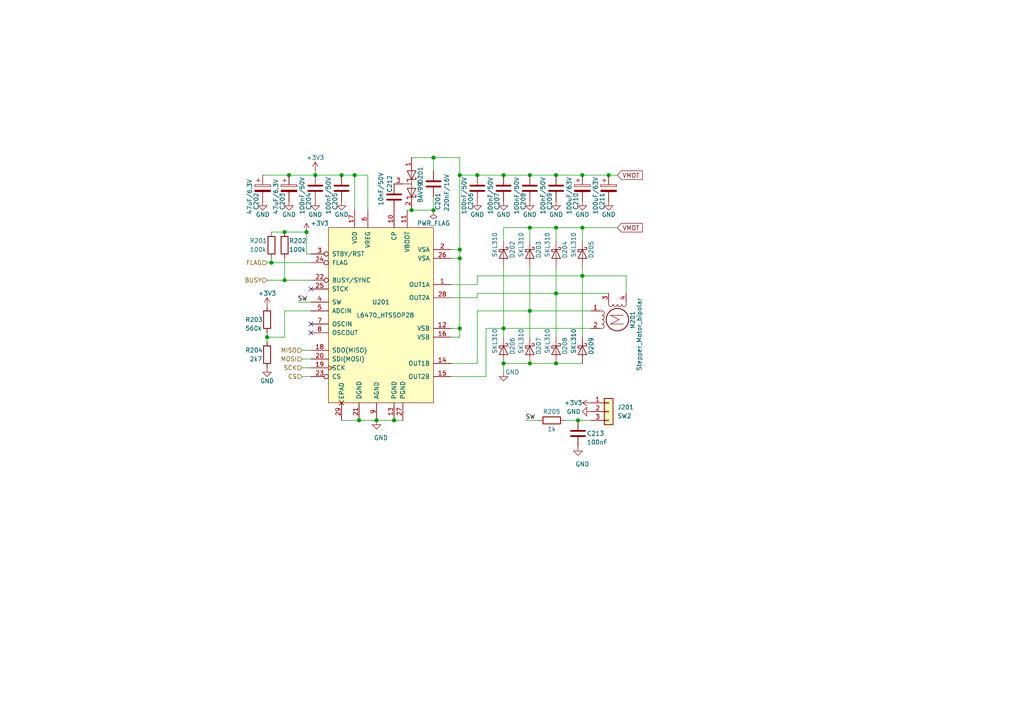
<source format=kicad_sch>
(kicad_sch (version 20201015) (generator eeschema)
  (paper "A4")
  (lib_symbols
    (symbol "Arachne-rescue:+3.3V-power-Motherboard-rescue" (power) (pin_names (offset 0))
      (property "Value" "+3.3V-power-Motherboard-rescue" (at 0 3.556 0))
      (symbol "+3.3V-power-Motherboard-rescue_0_1"
        (polyline (pts (xy -0.762 1.27) (xy 0 2.54)))
        (polyline (pts (xy 0 0) (xy 0 2.54)))
        (polyline (pts (xy 0 2.54) (xy 0.762 1.27)))
      )
      (symbol "+3.3V-power-Motherboard-rescue_1_1"
        (pin power_in line (at 0 0 90) (length 0) hide (name "+3V3") (number "1"))
      )
    )
    (symbol "Arachne-rescue:C-Device-Motherboard-rescue" (pin_numbers hide) (pin_names (offset 0.254))
      (property "Reference" "C" (at 0.635 2.54 0))
      (property "Value" "C-Device-Motherboard-rescue" (at 0.635 -2.54 0))
      (symbol "C-Device-Motherboard-rescue_0_1"
        (polyline (pts (xy -2.032 -0.762) (xy 2.032 -0.762)) (stroke (width 0.508)))
        (polyline (pts (xy -2.032 0.762) (xy 2.032 0.762)) (stroke (width 0.508)))
      )
      (symbol "C-Device-Motherboard-rescue_1_1"
        (pin passive line (at 0 3.81 270) (length 2.794) (name "~") (number "1"))
        (pin passive line (at 0 -3.81 90) (length 2.794) (name "~") (number "2"))
      )
    )
    (symbol "Arachne-rescue:CP-Device-Motherboard-rescue" (pin_numbers hide) (pin_names (offset 0.254))
      (property "Reference" "C" (at 0.635 2.54 0))
      (property "Value" "CP-Device-Motherboard-rescue" (at 0.635 -2.54 0))
      (symbol "CP-Device-Motherboard-rescue_0_1"
        (rectangle (start -2.286 0.508) (end -2.286 1.016))
        (rectangle (start -2.286 0.508) (end 2.286 0.508))
        (rectangle (start 2.286 1.016) (end -2.286 1.016))
        (rectangle (start 2.286 1.016) (end 2.286 0.508))
        (rectangle (start 2.286 -0.508) (end -2.286 -1.016) (fill (type outline)))
        (polyline (pts (xy -1.778 2.286) (xy -0.762 2.286)))
        (polyline (pts (xy -1.27 2.794) (xy -1.27 1.778)))
      )
      (symbol "CP-Device-Motherboard-rescue_1_1"
        (pin passive line (at 0 3.81 270) (length 2.794) (name "~") (number "1"))
        (pin passive line (at 0 -3.81 90) (length 2.794) (name "~") (number "2"))
      )
    )
    (symbol "Arachne-rescue:D_Schottky-Device-Motherboard-rescue" (pin_numbers hide) (pin_names (offset 1.016) hide)
      (property "Reference" "D" (at 0 2.54 0))
      (property "Value" "D_Schottky-Device-Motherboard-rescue" (at 0 -2.54 0))
      (symbol "D_Schottky-Device-Motherboard-rescue_0_1"
        (polyline (pts (xy 1.27 0) (xy -1.27 0)))
        (polyline (pts (xy 1.27 1.27) (xy 1.27 -1.27) (xy -1.27 0) (xy 1.27 1.27)) (stroke (width 0.2032)))
        (polyline (pts (xy -1.905 0.635) (xy -1.905 1.27) (xy -1.27 1.27) (xy -1.27 -1.27) (xy -0.635 -1.27) (xy -0.635 -0.635)) (stroke (width 0.2032)))
      )
      (symbol "D_Schottky-Device-Motherboard-rescue_1_1"
        (pin passive line (at -3.81 0 0) (length 2.54) (name "K") (number "1"))
        (pin passive line (at 3.81 0 180) (length 2.54) (name "A") (number "2"))
      )
    )
    (symbol "Arachne-rescue:D_Schottky_x2_Serial_AKC-Device-Motherboard-rescue" (pin_names (offset 0.762) hide)
      (property "Reference" "D" (at 1.27 -2.54 0))
      (property "Value" "D_Schottky_x2_Serial_AKC-Device-Motherboard-rescue" (at 0 2.54 0))
      (symbol "D_Schottky_x2_Serial_AKC-Device-Motherboard-rescue_0_1"
        (polyline (pts (xy -3.81 0) (xy 3.81 0)))
        (polyline (pts (xy 0 0) (xy 0 -2.54)))
        (polyline (pts (xy 6.35 0) (xy 7.62 0)))
        (polyline (pts (xy -1.27 -1.27) (xy -1.27 1.27) (xy -1.27 1.27)) (stroke (width 0.2032)))
        (polyline (pts (xy 3.81 1.27) (xy 3.81 -1.27) (xy 3.81 -1.27)) (stroke (width 0.2032)))
        (polyline (pts (xy -1.27 -1.27) (xy -0.762 -1.27) (xy -0.762 -1.016) (xy -0.762 -1.016)) (stroke (width 0.2032)))
        (polyline (pts (xy 3.81 -1.27) (xy 4.318 -1.27) (xy 4.318 -1.016) (xy 4.318 -1.016)) (stroke (width 0.2032)))
        (polyline (pts (xy 3.81 1.27) (xy 3.302 1.27) (xy 3.302 1.016) (xy 3.302 1.016)) (stroke (width 0.2032)))
        (polyline (pts (xy -1.778 1.016) (xy -1.778 1.27) (xy -1.27 1.27) (xy -1.27 1.27) (xy -1.27 1.27)) (stroke (width 0.2032)))
        (polyline (pts (xy -3.81 1.27) (xy -1.27 0) (xy -3.81 -1.27) (xy -3.81 1.27) (xy -3.81 1.27) (xy -3.81 1.27)) (stroke (width 0.2032)))
        (polyline (pts (xy 1.27 1.27) (xy 3.81 0) (xy 1.27 -1.27) (xy 1.27 1.27) (xy 1.27 1.27) (xy 1.27 1.27)) (stroke (width 0.2032)))
        (pin passive line (at -7.62 0 0) (length 3.81) (name "A") (number "1"))
        (pin passive line (at 7.62 0 180) (length 3.81) (name "K") (number "2"))
        (pin passive line (at 0 -5.08 90) (length 2.54) (name "common") (number "3"))
      )
    )
    (symbol "Arachne-rescue:GND-power-Motherboard-rescue" (power) (pin_names (offset 0))
      (property "Value" "GND-power-Motherboard-rescue" (at 0 -3.81 0))
      (symbol "GND-power-Motherboard-rescue_0_1"
        (polyline (pts (xy 0 0) (xy 0 -1.27) (xy 1.27 -1.27) (xy 0 -2.54) (xy -1.27 -1.27) (xy 0 -1.27)))
      )
      (symbol "GND-power-Motherboard-rescue_1_1"
        (pin power_in line (at 0 0 270) (length 0) hide (name "GND") (number "1"))
      )
    )
    (symbol "Arachne-rescue:L6470_HTSSOP28-TCY_IC" (pin_names (offset 1.016))
      (property "Reference" "U" (at -1.27 2.54 0))
      (property "Value" "L6470_HTSSOP28-TCY_IC" (at -1.27 5.08 0))
      (symbol "L6470_HTSSOP28-TCY_IC_0_1"
        (rectangle (start -15.24 25.4) (end 15.24 -25.4) (fill (type background)))
      )
      (symbol "L6470_HTSSOP28-TCY_IC_1_1"
        (pin output line (at 20.32 8.89 180) (length 5.08) (name "OUT1A") (number "1"))
        (pin output line (at 3.81 30.48 270) (length 5.08) (name "CP") (number "10"))
        (pin power_in line (at 7.62 30.48 270) (length 5.08) (name "VBOOT") (number "11"))
        (pin power_in line (at 20.32 -3.81 180) (length 5.08) (name "VSB") (number "12"))
        (pin passive line (at 3.81 -30.48 90) (length 5.08) (name "PGND") (number "13"))
        (pin output line (at 20.32 -13.97 180) (length 5.08) (name "OUT1B") (number "14"))
        (pin output line (at 20.32 -17.78 180) (length 5.08) (name "OUT2B") (number "15"))
        (pin power_in line (at 20.32 -6.35 180) (length 5.08) (name "VSB") (number "16"))
        (pin power_in line (at -7.62 30.48 270) (length 5.08) (name "VDD") (number "17"))
        (pin tri_state line (at -20.32 -10.16 0) (length 5.08) (name "SDO(MISO)") (number "18"))
        (pin input clock (at -20.32 -15.24 0) (length 5.08) (name "SCK") (number "19"))
        (pin power_in line (at 20.32 19.05 180) (length 5.08) (name "VSA") (number "2"))
        (pin tri_state line (at -20.32 -12.7 0) (length 5.08) (name "SDI(MOSI)") (number "20"))
        (pin passive line (at -6.35 -30.48 90) (length 5.08) (name "DGND") (number "21"))
        (pin open_collector inverted (at -20.32 10.16 0) (length 5.08) (name "BUSY/SYNC") (number "22"))
        (pin input inverted (at -20.32 -17.78 0) (length 5.08) (name "CS") (number "23"))
        (pin open_collector inverted (at -20.32 15.24 0) (length 5.08) (name "FLAG") (number "24"))
        (pin input line (at -20.32 7.62 0) (length 5.08) (name "STCK") (number "25"))
        (pin power_in line (at 20.32 16.51 180) (length 5.08) (name "VSA") (number "26"))
        (pin passive line (at 6.35 -30.48 90) (length 5.08) (name "PGND") (number "27"))
        (pin output line (at 20.32 5.08 180) (length 5.08) (name "OUT2A") (number "28"))
        (pin passive non_logic (at -11.43 -30.48 90) (length 5.08) (name "EPAD") (number "29"))
        (pin input inverted (at -20.32 17.78 0) (length 5.08) (name "STBY/RST") (number "3"))
        (pin input line (at -20.32 3.81 0) (length 5.08) (name "SW") (number "4"))
        (pin input line (at -20.32 1.27 0) (length 5.08) (name "ADCIN") (number "5"))
        (pin power_in line (at -3.81 30.48 270) (length 5.08) (name "VREG") (number "6"))
        (pin input line (at -20.32 -2.54 0) (length 5.08) (name "OSCIN") (number "7"))
        (pin output line (at -20.32 -5.08 0) (length 5.08) (name "OSCOUT") (number "8"))
        (pin passive line (at -1.27 -30.48 90) (length 5.08) (name "AGND") (number "9"))
      )
    )
    (symbol "Arachne-rescue:R-Device-Motherboard-rescue" (pin_numbers hide) (pin_names (offset 0))
      (property "Reference" "R" (at 2.032 0 90))
      (property "Value" "R-Device-Motherboard-rescue" (at 0 0 90))
      (symbol "R-Device-Motherboard-rescue_0_1"
        (rectangle (start -1.016 -2.54) (end 1.016 2.54) (stroke (width 0.254)))
      )
      (symbol "R-Device-Motherboard-rescue_1_1"
        (pin passive line (at 0 3.81 270) (length 1.27) (name "~") (number "1"))
        (pin passive line (at 0 -3.81 90) (length 1.27) (name "~") (number "2"))
      )
    )
    (symbol "Arachne-rescue:Stepper_Motor_bipolar-Motor-Motherboard-rescue" (pin_names (offset 0) hide)
      (property "Reference" "M" (at 3.81 2.54 0))
      (property "Value" "Stepper_Motor_bipolar-Motor-Motherboard-rescue" (at 3.81 1.27 0))
      (symbol "Stepper_Motor_bipolar-Motor-Motherboard-rescue_0_0"
        (polyline (pts (xy -1.27 -1.778) (xy -1.27 2.032) (xy 0 -0.508) (xy 1.27 2.032) (xy 1.27 -1.778)))
      )
      (symbol "Stepper_Motor_bipolar-Motor-Motherboard-rescue_0_1"
        (arc (start -4.445 -2.54) (end -4.445 -1.27) (radius (at -4.445 -1.905) (length 0.635) (angles -89.9 89.9)))
        (arc (start -4.445 -1.27) (end -4.445 0) (radius (at -4.445 -0.635) (length 0.635) (angles -89.9 89.9)))
        (arc (start -4.445 0) (end -4.445 1.27) (radius (at -4.445 0.635) (length 0.635) (angles -89.9 89.9)))
        (arc (start -4.445 1.27) (end -4.445 2.54) (radius (at -4.445 1.905) (length 0.635) (angles -89.9 89.9)))
        (arc (start -2.54 4.445) (end -1.27 4.445) (radius (at -1.905 4.445) (length 0.635) (angles -179.9 -0.1)))
        (arc (start -1.27 4.445) (end 0 4.445) (radius (at -0.635 4.445) (length 0.635) (angles -179.9 -0.1)))
        (arc (start 0 4.445) (end 1.27 4.445) (radius (at 0.635 4.445) (length 0.635) (angles -179.9 -0.1)))
        (arc (start 1.27 4.445) (end 2.54 4.445) (radius (at 1.905 4.445) (length 0.635) (angles -179.9 -0.1)))
        (circle (center 0 0) (radius 3.2512) (stroke (width 0.254)))
        (polyline (pts (xy -5.08 -2.54) (xy -4.445 -2.54)))
        (polyline (pts (xy -5.08 2.54) (xy -4.445 2.54)))
        (polyline (pts (xy -2.54 5.08) (xy -2.54 4.445)))
        (polyline (pts (xy 2.54 5.08) (xy 2.54 4.445)))
      )
      (symbol "Stepper_Motor_bipolar-Motor-Motherboard-rescue_1_1"
        (pin passive line (at -2.54 7.62 270) (length 2.54) (name "~") (number "1"))
        (pin passive line (at 2.54 7.62 270) (length 2.54) (name "-") (number "2"))
        (pin passive line (at -7.62 2.54 0) (length 2.54) (name "~") (number "3"))
        (pin passive line (at -7.62 -2.54 0) (length 2.54) (name "~") (number "4"))
      )
    )
    (symbol "Connector_Generic:Conn_01x03" (pin_names (offset 1.016) hide)
      (property "Reference" "J" (at 0 5.08 0))
      (property "Value" "Conn_01x03" (at 0 -5.08 0))
      (symbol "Conn_01x03_1_1"
        (rectangle (start -1.27 -2.413) (end 0 -2.667) (stroke (width 0.1524)))
        (rectangle (start -1.27 2.667) (end 0 2.413) (stroke (width 0.1524)))
        (rectangle (start -1.27 3.81) (end 1.27 -3.81) (stroke (width 0.254)) (fill (type background)))
        (rectangle (start -1.27 0.127) (end 0 -0.127) (stroke (width 0.1524)))
        (pin passive line (at -5.08 2.54 0) (length 3.81) (name "Pin_1") (number "1"))
        (pin passive line (at -5.08 0 0) (length 3.81) (name "Pin_2") (number "2"))
        (pin passive line (at -5.08 -2.54 0) (length 3.81) (name "Pin_3") (number "3"))
      )
    )
    (symbol "Device:C" (pin_numbers hide) (pin_names (offset 0.254))
      (property "Reference" "C" (at 0.635 2.54 0))
      (property "Value" "C" (at 0.635 -2.54 0))
      (symbol "C_0_1"
        (polyline (pts (xy -2.032 -0.762) (xy 2.032 -0.762)) (stroke (width 0.508)))
        (polyline (pts (xy -2.032 0.762) (xy 2.032 0.762)) (stroke (width 0.508)))
      )
      (symbol "C_1_1"
        (pin passive line (at 0 3.81 270) (length 2.794) (name "~") (number "1"))
        (pin passive line (at 0 -3.81 90) (length 2.794) (name "~") (number "2"))
      )
    )
    (symbol "power:+3.3V" (power) (pin_names (offset 0))
      (property "Value" "+3.3V" (at 0 3.556 0))
      (symbol "+3.3V_0_1"
        (polyline (pts (xy -0.762 1.27) (xy 0 2.54)))
        (polyline (pts (xy 0 0) (xy 0 2.54)))
        (polyline (pts (xy 0 2.54) (xy 0.762 1.27)))
      )
      (symbol "+3.3V_1_1"
        (pin power_in line (at 0 0 90) (length 0) hide (name "+3V3") (number "1"))
      )
    )
    (symbol "power:PWR_FLAG" (power) (pin_numbers hide) (pin_names (offset 0) hide)
      (property "Value" "PWR_FLAG" (at 0 3.81 0))
      (symbol "PWR_FLAG_0_0"
        (pin power_out line (at 0 0 90) (length 0) (name "pwr") (number "1"))
      )
      (symbol "PWR_FLAG_0_1"
        (polyline (pts (xy 0 0) (xy 0 1.27) (xy -1.016 1.905) (xy 0 2.54) (xy 1.016 1.905) (xy 0 1.27)))
      )
    )
  )
  (junction (at 77.47 97.79) (diameter 1.016))
  (junction (at 78.74 76.2) (diameter 1.016))
  (junction (at 82.55 67.31) (diameter 1.016))
  (junction (at 82.55 81.28) (diameter 1.016))
  (junction (at 83.82 50.8) (diameter 1.016))
  (junction (at 88.9 67.31) (diameter 1.016))
  (junction (at 91.44 50.8) (diameter 1.016))
  (junction (at 99.06 50.8) (diameter 1.016))
  (junction (at 102.87 50.8) (diameter 1.016))
  (junction (at 104.14 121.92) (diameter 1.016))
  (junction (at 109.22 121.92) (diameter 1.016))
  (junction (at 114.3 121.92) (diameter 1.016))
  (junction (at 119.38 60.96) (diameter 1.016))
  (junction (at 125.73 45.72) (diameter 1.016))
  (junction (at 125.73 60.96) (diameter 1.016))
  (junction (at 133.35 50.8) (diameter 1.016))
  (junction (at 133.35 72.39) (diameter 1.016))
  (junction (at 133.35 74.93) (diameter 1.016))
  (junction (at 133.35 95.25) (diameter 1.016))
  (junction (at 138.43 50.8) (diameter 1.016))
  (junction (at 146.05 50.8) (diameter 1.016))
  (junction (at 146.05 95.25) (diameter 1.016))
  (junction (at 146.05 105.41) (diameter 1.016))
  (junction (at 153.67 50.8) (diameter 1.016))
  (junction (at 153.67 66.04) (diameter 1.016))
  (junction (at 153.67 90.17) (diameter 1.016))
  (junction (at 153.67 105.41) (diameter 1.016))
  (junction (at 161.29 50.8) (diameter 1.016))
  (junction (at 161.29 66.04) (diameter 1.016))
  (junction (at 161.29 85.09) (diameter 1.016))
  (junction (at 161.29 105.41) (diameter 1.016))
  (junction (at 167.64 121.92) (diameter 1.016))
  (junction (at 168.91 50.8) (diameter 1.016))
  (junction (at 168.91 66.04) (diameter 1.016))
  (junction (at 168.91 80.01) (diameter 1.016))
  (junction (at 176.53 50.8) (diameter 1.016))
  (no_connect (at 90.17 83.82))
  (no_connect (at 90.17 93.98))
  (no_connect (at 90.17 96.52))
  (wire (pts (xy 76.2 50.8) (xy 83.82 50.8)))
  (wire (pts (xy 77.47 76.2) (xy 78.74 76.2)))
  (wire (pts (xy 77.47 81.28) (xy 82.55 81.28)))
  (wire (pts (xy 77.47 96.52) (xy 77.47 97.79)))
  (wire (pts (xy 77.47 97.79) (xy 77.47 99.06)))
  (wire (pts (xy 77.47 97.79) (xy 82.55 97.79)))
  (wire (pts (xy 78.74 67.31) (xy 82.55 67.31)))
  (wire (pts (xy 78.74 74.93) (xy 78.74 76.2)))
  (wire (pts (xy 78.74 76.2) (xy 90.17 76.2)))
  (wire (pts (xy 82.55 67.31) (xy 88.9 67.31)))
  (wire (pts (xy 82.55 74.93) (xy 82.55 81.28)))
  (wire (pts (xy 82.55 81.28) (xy 90.17 81.28)))
  (wire (pts (xy 82.55 90.17) (xy 90.17 90.17)))
  (wire (pts (xy 82.55 97.79) (xy 82.55 90.17)))
  (wire (pts (xy 83.82 50.8) (xy 91.44 50.8)))
  (wire (pts (xy 86.36 87.63) (xy 90.17 87.63)))
  (wire (pts (xy 87.63 101.6) (xy 90.17 101.6)))
  (wire (pts (xy 87.63 104.14) (xy 90.17 104.14)))
  (wire (pts (xy 87.63 106.68) (xy 90.17 106.68)))
  (wire (pts (xy 87.63 109.22) (xy 90.17 109.22)))
  (wire (pts (xy 88.9 73.66) (xy 88.9 67.31)))
  (wire (pts (xy 90.17 73.66) (xy 88.9 73.66)))
  (wire (pts (xy 91.44 50.8) (xy 91.44 49.53)))
  (wire (pts (xy 91.44 50.8) (xy 99.06 50.8)))
  (wire (pts (xy 99.06 50.8) (xy 102.87 50.8)))
  (wire (pts (xy 99.06 121.92) (xy 104.14 121.92)))
  (wire (pts (xy 102.87 60.96) (xy 102.87 50.8)))
  (wire (pts (xy 104.14 121.92) (xy 109.22 121.92)))
  (wire (pts (xy 106.68 50.8) (xy 102.87 50.8)))
  (wire (pts (xy 106.68 60.96) (xy 106.68 50.8)))
  (wire (pts (xy 109.22 121.92) (xy 114.3 121.92)))
  (wire (pts (xy 116.84 121.92) (xy 114.3 121.92)))
  (wire (pts (xy 118.11 60.96) (xy 119.38 60.96)))
  (wire (pts (xy 119.38 45.72) (xy 125.73 45.72)))
  (wire (pts (xy 119.38 60.96) (xy 125.73 60.96)))
  (wire (pts (xy 125.73 45.72) (xy 125.73 49.53)))
  (wire (pts (xy 125.73 45.72) (xy 133.35 45.72)))
  (wire (pts (xy 125.73 60.96) (xy 125.73 57.15)))
  (wire (pts (xy 130.81 72.39) (xy 133.35 72.39)))
  (wire (pts (xy 130.81 74.93) (xy 133.35 74.93)))
  (wire (pts (xy 130.81 82.55) (xy 138.43 82.55)))
  (wire (pts (xy 130.81 86.36) (xy 138.43 86.36)))
  (wire (pts (xy 130.81 95.25) (xy 133.35 95.25)))
  (wire (pts (xy 130.81 97.79) (xy 133.35 97.79)))
  (wire (pts (xy 130.81 105.41) (xy 138.43 105.41)))
  (wire (pts (xy 133.35 45.72) (xy 133.35 50.8)))
  (wire (pts (xy 133.35 50.8) (xy 133.35 72.39)))
  (wire (pts (xy 133.35 50.8) (xy 138.43 50.8)))
  (wire (pts (xy 133.35 72.39) (xy 133.35 74.93)))
  (wire (pts (xy 133.35 74.93) (xy 133.35 95.25)))
  (wire (pts (xy 133.35 95.25) (xy 133.35 97.79)))
  (wire (pts (xy 138.43 50.8) (xy 146.05 50.8)))
  (wire (pts (xy 138.43 80.01) (xy 168.91 80.01)))
  (wire (pts (xy 138.43 82.55) (xy 138.43 80.01)))
  (wire (pts (xy 138.43 85.09) (xy 161.29 85.09)))
  (wire (pts (xy 138.43 86.36) (xy 138.43 85.09)))
  (wire (pts (xy 138.43 90.17) (xy 153.67 90.17)))
  (wire (pts (xy 138.43 105.41) (xy 138.43 90.17)))
  (wire (pts (xy 140.97 95.25) (xy 140.97 109.22)))
  (wire (pts (xy 140.97 95.25) (xy 146.05 95.25)))
  (wire (pts (xy 140.97 109.22) (xy 130.81 109.22)))
  (wire (pts (xy 146.05 50.8) (xy 153.67 50.8)))
  (wire (pts (xy 146.05 66.04) (xy 153.67 66.04)))
  (wire (pts (xy 146.05 69.85) (xy 146.05 66.04)))
  (wire (pts (xy 146.05 77.47) (xy 146.05 95.25)))
  (wire (pts (xy 146.05 95.25) (xy 146.05 97.79)))
  (wire (pts (xy 146.05 95.25) (xy 171.45 95.25)))
  (wire (pts (xy 146.05 105.41) (xy 146.05 107.95)))
  (wire (pts (xy 146.05 105.41) (xy 153.67 105.41)))
  (wire (pts (xy 152.4 121.92) (xy 156.21 121.92)))
  (wire (pts (xy 153.67 50.8) (xy 161.29 50.8)))
  (wire (pts (xy 153.67 66.04) (xy 161.29 66.04)))
  (wire (pts (xy 153.67 69.85) (xy 153.67 66.04)))
  (wire (pts (xy 153.67 77.47) (xy 153.67 90.17)))
  (wire (pts (xy 153.67 90.17) (xy 153.67 97.79)))
  (wire (pts (xy 153.67 90.17) (xy 171.45 90.17)))
  (wire (pts (xy 153.67 105.41) (xy 161.29 105.41)))
  (wire (pts (xy 161.29 50.8) (xy 168.91 50.8)))
  (wire (pts (xy 161.29 66.04) (xy 168.91 66.04)))
  (wire (pts (xy 161.29 69.85) (xy 161.29 66.04)))
  (wire (pts (xy 161.29 77.47) (xy 161.29 85.09)))
  (wire (pts (xy 161.29 85.09) (xy 161.29 97.79)))
  (wire (pts (xy 161.29 85.09) (xy 176.53 85.09)))
  (wire (pts (xy 161.29 105.41) (xy 168.91 105.41)))
  (wire (pts (xy 163.83 121.92) (xy 167.64 121.92)))
  (wire (pts (xy 167.64 121.92) (xy 171.45 121.92)))
  (wire (pts (xy 168.91 50.8) (xy 176.53 50.8)))
  (wire (pts (xy 168.91 66.04) (xy 179.07 66.04)))
  (wire (pts (xy 168.91 69.85) (xy 168.91 66.04)))
  (wire (pts (xy 168.91 77.47) (xy 168.91 80.01)))
  (wire (pts (xy 168.91 80.01) (xy 168.91 97.79)))
  (wire (pts (xy 168.91 80.01) (xy 181.61 80.01)))
  (wire (pts (xy 176.53 50.8) (xy 179.07 50.8)))
  (wire (pts (xy 181.61 85.09) (xy 181.61 80.01)))
  (label "SW" (at 86.36 87.63 0))
  (label "SW" (at 152.4 121.92 0))
  (global_label "VMOT" (shape input) (at 179.07 50.8 0) (property "Intersheet References" "${INTERSHEET_REFS}" (effects hide)))
  (global_label "VMOT" (shape input) (at 179.07 66.04 0) (property "Intersheet References" "${INTERSHEET_REFS}" (effects hide)))
  (hierarchical_label "FLAG" (shape input) (at 77.47 76.2 180))
  (hierarchical_label "BUSY" (shape input) (at 77.47 81.28 180))
  (hierarchical_label "MISO" (shape input) (at 87.63 101.6 180))
  (hierarchical_label "MOSI" (shape input) (at 87.63 104.14 180))
  (hierarchical_label "SCK" (shape input) (at 87.63 106.68 180))
  (hierarchical_label "CS" (shape input) (at 87.63 109.22 180))
  (symbol (lib_id "power:PWR_FLAG") (at 125.73 60.96 180)
    (property "Reference" "#FLG0101" (effects hide))
    (property "Value" "PWR_FLAG" (at 125.73 64.77 0))
  )
  (symbol (lib_id "Arachne-rescue:+3.3V-power-Motherboard-rescue") (at 77.47 88.9 0)
    (property "Reference" "#PWR0213" (effects hide))
    (property "Value" "+3.3V" (at 77.47 85.09 0))
  )
  (symbol (lib_id "Arachne-rescue:+3.3V-power-Motherboard-rescue") (at 88.9 67.31 0)
    (property "Reference" "#PWR0212" (effects hide))
    (property "Value" "+3.3V" (at 92.71 64.77 0))
  )
  (symbol (lib_id "Arachne-rescue:+3.3V-power-Motherboard-rescue") (at 91.44 49.53 0)
    (property "Reference" "#PWR0201" (effects hide))
    (property "Value" "+3.3V" (at 91.44 45.72 0))
  )
  (symbol (lib_id "power:+3.3V") (at 171.45 116.84 90)
    (property "Reference" "#PWR0216" (effects hide))
    (property "Value" "+3.3V" (at 168.91 116.84 90) (effects (justify left)))
  )
  (symbol (lib_id "Arachne-rescue:GND-power-Motherboard-rescue") (at 76.2 58.42 0)
    (property "Reference" "#PWR0202" (effects hide))
    (property "Value" "GND" (at 76.2 62.23 0))
  )
  (symbol (lib_id "Arachne-rescue:GND-power-Motherboard-rescue") (at 77.47 106.68 0)
    (property "Reference" "#PWR0214" (effects hide))
    (property "Value" "GND" (at 77.47 110.49 0))
  )
  (symbol (lib_id "Arachne-rescue:GND-power-Motherboard-rescue") (at 83.82 58.42 0)
    (property "Reference" "#PWR0203" (effects hide))
    (property "Value" "GND" (at 83.82 62.23 0))
  )
  (symbol (lib_id "Arachne-rescue:GND-power-Motherboard-rescue") (at 91.44 58.42 0)
    (property "Reference" "#PWR0204" (effects hide))
    (property "Value" "GND" (at 91.44 62.23 0))
  )
  (symbol (lib_id "Arachne-rescue:GND-power-Motherboard-rescue") (at 99.06 58.42 0)
    (property "Reference" "#PWR0205" (effects hide))
    (property "Value" "GND" (at 99.06 62.23 0))
  )
  (symbol (lib_id "Arachne-rescue:GND-power-Motherboard-rescue") (at 109.22 121.92 0)
    (property "Reference" "#PWR0218" (effects hide))
    (property "Value" "GND" (at 110.49 127 0))
  )
  (symbol (lib_id "Arachne-rescue:GND-power-Motherboard-rescue") (at 138.43 58.42 0)
    (property "Reference" "#PWR0206" (effects hide))
    (property "Value" "GND" (at 138.43 62.23 0))
  )
  (symbol (lib_id "Arachne-rescue:GND-power-Motherboard-rescue") (at 146.05 58.42 0)
    (property "Reference" "#PWR0207" (effects hide))
    (property "Value" "GND" (at 146.05 62.23 0))
  )
  (symbol (lib_id "Arachne-rescue:GND-power-Motherboard-rescue") (at 146.05 107.95 0)
    (property "Reference" "#PWR0215" (effects hide))
    (property "Value" "GND" (at 148.59 107.95 0))
  )
  (symbol (lib_id "Arachne-rescue:GND-power-Motherboard-rescue") (at 153.67 58.42 0)
    (property "Reference" "#PWR0208" (effects hide))
    (property "Value" "GND" (at 153.67 62.23 0))
  )
  (symbol (lib_id "Arachne-rescue:GND-power-Motherboard-rescue") (at 161.29 58.42 0)
    (property "Reference" "#PWR0209" (effects hide))
    (property "Value" "GND" (at 161.29 62.23 0))
  )
  (symbol (lib_id "Arachne-rescue:GND-power-Motherboard-rescue") (at 167.64 129.54 0)
    (property "Reference" "#PWR0219" (effects hide))
    (property "Value" "GND" (at 168.91 134.62 0))
  )
  (symbol (lib_id "Arachne-rescue:GND-power-Motherboard-rescue") (at 168.91 58.42 0)
    (property "Reference" "#PWR0210" (effects hide))
    (property "Value" "GND" (at 168.91 62.23 0))
  )
  (symbol (lib_id "Arachne-rescue:GND-power-Motherboard-rescue") (at 171.45 119.38 270)
    (property "Reference" "#PWR0217" (effects hide))
    (property "Value" "GND" (at 166.37 119.38 90))
  )
  (symbol (lib_id "Arachne-rescue:GND-power-Motherboard-rescue") (at 176.53 58.42 0)
    (property "Reference" "#PWR0211" (effects hide))
    (property "Value" "GND" (at 176.53 62.23 0))
  )
  (symbol (lib_id "Arachne-rescue:R-Device-Motherboard-rescue") (at 77.47 92.71 0)
    (property "Reference" "R203" (at 71.12 92.71 0) (effects (justify left)))
    (property "Value" "560k" (at 71.12 95.25 0) (effects (justify left)))
    (property "Footprint" "Resistor_SMD:R_0603_1608Metric" (effects hide))
  )
  (symbol (lib_id "Arachne-rescue:R-Device-Motherboard-rescue") (at 77.47 102.87 0)
    (property "Reference" "R204" (at 71.12 101.6 0) (effects (justify left)))
    (property "Value" "2k7" (at 72.39 104.14 0) (effects (justify left)))
    (property "Footprint" "Resistor_SMD:R_0603_1608Metric" (effects hide))
  )
  (symbol (lib_id "Arachne-rescue:R-Device-Motherboard-rescue") (at 78.74 71.12 0)
    (property "Reference" "R201" (at 72.39 69.85 0) (effects (justify left)))
    (property "Value" "100k" (at 72.39 72.39 0) (effects (justify left)))
    (property "Footprint" "Resistor_SMD:R_0603_1608Metric" (effects hide))
  )
  (symbol (lib_id "Arachne-rescue:R-Device-Motherboard-rescue") (at 82.55 71.12 0)
    (property "Reference" "R202" (at 83.82 69.85 0) (effects (justify left)))
    (property "Value" "100k" (at 83.82 72.39 0) (effects (justify left)))
    (property "Footprint" "Resistor_SMD:R_0603_1608Metric" (effects hide))
  )
  (symbol (lib_id "Arachne-rescue:R-Device-Motherboard-rescue") (at 160.02 121.92 270)
    (property "Reference" "R205" (at 160.02 119.38 90))
    (property "Value" "1k" (at 160.02 124.46 90))
    (property "Footprint" "Resistor_SMD:R_0603_1608Metric" (effects hide))
  )
  (symbol (lib_id "Arachne-rescue:D_Schottky-Device-Motherboard-rescue") (at 146.05 73.66 270)
    (property "Reference" "D202" (at 148.59 69.85 0) (effects (justify left)))
    (property "Value" "SKL310" (at 143.51 67.31 0) (effects (justify left)))
    (property "Footprint" "Diode_SMD:D_SOD-123F" (effects hide))
  )
  (symbol (lib_id "Arachne-rescue:D_Schottky-Device-Motherboard-rescue") (at 146.05 101.6 270)
    (property "Reference" "D206" (at 148.59 97.79 0) (effects (justify left)))
    (property "Value" "SKL310" (at 143.51 95.25 0) (effects (justify left)))
    (property "Footprint" "Diode_SMD:D_SOD-123F" (effects hide))
  )
  (symbol (lib_id "Arachne-rescue:D_Schottky-Device-Motherboard-rescue") (at 153.67 73.66 270)
    (property "Reference" "D203" (at 156.21 69.85 0) (effects (justify left)))
    (property "Value" "SKL310" (at 151.13 67.31 0) (effects (justify left)))
    (property "Footprint" "Diode_SMD:D_SOD-123F" (effects hide))
  )
  (symbol (lib_id "Arachne-rescue:D_Schottky-Device-Motherboard-rescue") (at 153.67 101.6 270)
    (property "Reference" "D207" (at 156.21 97.79 0) (effects (justify left)))
    (property "Value" "SKL310" (at 151.13 95.25 0) (effects (justify left)))
    (property "Footprint" "Diode_SMD:D_SOD-123F" (effects hide))
  )
  (symbol (lib_id "Arachne-rescue:D_Schottky-Device-Motherboard-rescue") (at 161.29 73.66 270)
    (property "Reference" "D204" (at 163.83 69.85 0) (effects (justify left)))
    (property "Value" "SKL310" (at 158.75 67.31 0) (effects (justify left)))
    (property "Footprint" "Diode_SMD:D_SOD-123F" (effects hide))
  )
  (symbol (lib_id "Arachne-rescue:D_Schottky-Device-Motherboard-rescue") (at 161.29 101.6 270)
    (property "Reference" "D208" (at 163.83 97.79 0) (effects (justify left)))
    (property "Value" "SKL310" (at 158.75 95.25 0) (effects (justify left)))
    (property "Footprint" "Diode_SMD:D_SOD-123F" (effects hide))
  )
  (symbol (lib_id "Arachne-rescue:D_Schottky-Device-Motherboard-rescue") (at 168.91 73.66 270)
    (property "Reference" "D205" (at 171.45 69.85 0) (effects (justify left)))
    (property "Value" "SKL310" (at 166.37 67.31 0) (effects (justify left)))
    (property "Footprint" "Diode_SMD:D_SOD-123F" (effects hide))
  )
  (symbol (lib_id "Arachne-rescue:D_Schottky-Device-Motherboard-rescue") (at 168.91 101.6 270)
    (property "Reference" "D209" (at 171.45 97.79 0) (effects (justify left)))
    (property "Value" "SKL310" (at 166.37 95.25 0) (effects (justify left)))
    (property "Footprint" "Diode_SMD:D_SOD-123F" (effects hide))
  )
  (symbol (lib_id "Arachne-rescue:CP-Device-Motherboard-rescue") (at 76.2 54.61 0)
    (property "Reference" "C202" (at 74.295 60.96 90) (effects (justify left)))
    (property "Value" "47uF/6,3V" (at 72.39 62.23 90) (effects (justify left)))
    (property "Footprint" "Capacitor_SMD:CP_Elec_5x5.3" (effects hide))
  )
  (symbol (lib_id "Arachne-rescue:CP-Device-Motherboard-rescue") (at 83.82 54.61 0)
    (property "Reference" "C203" (at 81.915 60.96 90) (effects (justify left)))
    (property "Value" "47uF/6,3V" (at 80.01 62.23 90) (effects (justify left)))
    (property "Footprint" "Capacitor_SMD:CP_Elec_5x5.3" (effects hide))
  )
  (symbol (lib_id "Arachne-rescue:C-Device-Motherboard-rescue") (at 91.44 54.61 0)
    (property "Reference" "C204" (at 89.535 60.96 90) (effects (justify left)))
    (property "Value" "100nF/50V" (at 87.63 62.23 90) (effects (justify left)))
    (property "Footprint" "Capacitor_SMD:C_0603_1608Metric" (effects hide))
  )
  (symbol (lib_id "Arachne-rescue:C-Device-Motherboard-rescue") (at 99.06 54.61 0)
    (property "Reference" "C205" (at 97.155 60.96 90) (effects (justify left)))
    (property "Value" "100nF/50V" (at 95.25 62.23 90) (effects (justify left)))
    (property "Footprint" "Capacitor_SMD:C_0603_1608Metric" (effects hide))
  )
  (symbol (lib_id "Arachne-rescue:C-Device-Motherboard-rescue") (at 114.3 57.15 0)
    (property "Reference" "C212" (at 113.03 55.88 90) (effects (justify left)))
    (property "Value" "10nF/50V" (at 110.49 59.69 90) (effects (justify left)))
    (property "Footprint" "Capacitor_SMD:C_0603_1608Metric" (effects hide))
  )
  (symbol (lib_id "Arachne-rescue:C-Device-Motherboard-rescue") (at 125.73 53.34 180)
    (property "Reference" "C201" (at 127 58.42 90))
    (property "Value" "220nF/16V" (at 129.54 55.88 90))
    (property "Footprint" "Capacitor_SMD:C_0603_1608Metric" (effects hide))
  )
  (symbol (lib_id "Arachne-rescue:C-Device-Motherboard-rescue") (at 138.43 54.61 0)
    (property "Reference" "C206" (at 136.525 60.96 90) (effects (justify left)))
    (property "Value" "100nF/50V" (at 134.62 62.23 90) (effects (justify left)))
    (property "Footprint" "Capacitor_SMD:C_0603_1608Metric" (effects hide))
  )
  (symbol (lib_id "Arachne-rescue:C-Device-Motherboard-rescue") (at 146.05 54.61 0)
    (property "Reference" "C207" (at 144.145 60.96 90) (effects (justify left)))
    (property "Value" "100nF/50V" (at 142.24 62.23 90) (effects (justify left)))
    (property "Footprint" "Capacitor_SMD:C_0603_1608Metric" (effects hide))
  )
  (symbol (lib_id "Arachne-rescue:C-Device-Motherboard-rescue") (at 153.67 54.61 0)
    (property "Reference" "C208" (at 151.765 60.96 90) (effects (justify left)))
    (property "Value" "100nF/50V" (at 149.86 62.23 90) (effects (justify left)))
    (property "Footprint" "Capacitor_SMD:C_0603_1608Metric" (effects hide))
  )
  (symbol (lib_id "Device:C") (at 161.29 54.61 0)
    (property "Reference" "C209" (at 159.385 60.96 90) (effects (justify left)))
    (property "Value" "100nF/50V" (at 157.48 62.23 90) (effects (justify left)))
    (property "Footprint" "Capacitor_SMD:C_0603_1608Metric" (effects hide))
  )
  (symbol (lib_id "Arachne-rescue:C-Device-Motherboard-rescue") (at 167.64 125.73 0)
    (property "Reference" "C213" (at 170.18 125.73 0) (effects (justify left)))
    (property "Value" "100nF" (at 170.18 128.27 0) (effects (justify left)))
    (property "Footprint" "Capacitor_SMD:C_0603_1608Metric" (effects hide))
  )
  (symbol (lib_id "Arachne-rescue:CP-Device-Motherboard-rescue") (at 168.91 54.61 0)
    (property "Reference" "C210" (at 167.005 60.96 90) (effects (justify left)))
    (property "Value" "100uF/63V" (at 165.1 62.23 90) (effects (justify left)))
    (property "Footprint" "Capacitor_SMD:CP_Elec_10x10" (effects hide))
  )
  (symbol (lib_id "Arachne-rescue:CP-Device-Motherboard-rescue") (at 176.53 54.61 0)
    (property "Reference" "C211" (at 174.625 60.96 90) (effects (justify left)))
    (property "Value" "100uF/63V" (at 172.72 62.23 90) (effects (justify left)))
    (property "Footprint" "Capacitor_SMD:CP_Elec_10x10" (effects hide))
  )
  (symbol (lib_id "Connector_Generic:Conn_01x03") (at 176.53 119.38 0)
    (property "Reference" "J201" (at 179.07 118.11 0) (effects (justify left)))
    (property "Value" "SW2" (at 179.07 120.65 0) (effects (justify left)))
    (property "Footprint" "Connector_JST:JST_EH_B3B-EH-A_1x03_P2.50mm_Vertical" (effects hide))
  )
  (symbol (lib_id "Arachne-rescue:D_Schottky_x2_Serial_AKC-Device-Motherboard-rescue") (at 119.38 53.34 270)
    (property "Reference" "D201" (at 121.92 50.8 0))
    (property "Value" "BAV99" (at 121.92 55.88 0))
    (property "Footprint" "Package_TO_SOT_SMD:SOT-23" (effects hide))
  )
  (symbol (lib_id "Arachne-rescue:Stepper_Motor_bipolar-Motor-Motherboard-rescue") (at 179.07 92.71 90) (mirror x)
    (property "Reference" "M201" (at 183.515 90.17 0) (effects (justify left)))
    (property "Value" "Stepper_Motor_bipolar" (at 185.42 86.36 0) (effects (justify left)))
    (property "Footprint" "Connector_JST:JST_EH_B4B-EH-A_1x04_P2.50mm_Vertical" (effects hide))
    (property "Datasheet" "http://www.infineon.com/dgdl/Application-Note-TLE8110EE_driving_UniPolarStepperMotor_V1.1.pdf?fileId=db3a30431be39b97011be5d0aa0a00b0" (effects hide))
  )
  (symbol (lib_id "Arachne-rescue:L6470_HTSSOP28-TCY_IC") (at 110.49 91.44 0)
    (property "Reference" "U201" (at 110.49 87.63 0))
    (property "Value" "L6470_HTSSOP28" (at 111.76 91.44 0))
    (property "Footprint" "Package_SO:HTSSOP-28-1EP_4.4x9.7mm_P0.65mm_EP3.4x9.5mm_ThermalVias" (effects hide))
  )
)
</source>
